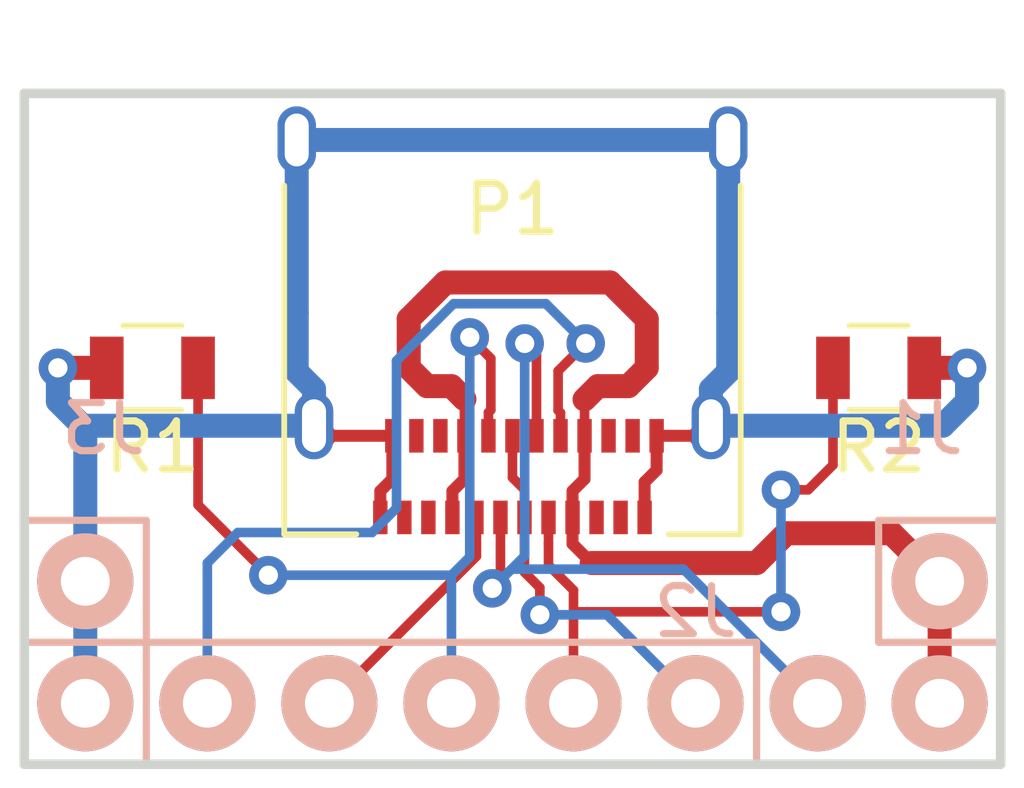
<source format=kicad_pcb>
(kicad_pcb (version 20171130) (host pcbnew 5.0.0-fee4fd1~66~ubuntu16.04.1)

  (general
    (thickness 1.6)
    (drawings 4)
    (tracks 125)
    (zones 0)
    (modules 8)
    (nets 9)
  )

  (page A4)
  (layers
    (0 F.Cu signal)
    (31 B.Cu signal)
    (32 B.Adhes user)
    (33 F.Adhes user)
    (34 B.Paste user)
    (35 F.Paste user)
    (36 B.SilkS user)
    (37 F.SilkS user)
    (38 B.Mask user)
    (39 F.Mask user)
    (40 Dwgs.User user)
    (41 Cmts.User user)
    (42 Eco1.User user)
    (43 Eco2.User user)
    (44 Edge.Cuts user)
    (45 Margin user hide)
    (46 B.CrtYd user hide)
    (47 F.CrtYd user hide)
    (48 B.Fab user hide)
    (49 F.Fab user hide)
  )

  (setup
    (last_trace_width 0.25)
    (user_trace_width 0.15)
    (user_trace_width 0.2)
    (user_trace_width 0.25)
    (user_trace_width 0.3)
    (user_trace_width 0.4)
    (user_trace_width 0.5)
    (trace_clearance 0.2)
    (zone_clearance 0.508)
    (zone_45_only no)
    (trace_min 0.15)
    (segment_width 0.2)
    (edge_width 0.15)
    (via_size 0.8)
    (via_drill 0.4)
    (via_min_size 0.4)
    (via_min_drill 0.3)
    (uvia_size 0.3)
    (uvia_drill 0.1)
    (uvias_allowed no)
    (uvia_min_size 0.2)
    (uvia_min_drill 0.1)
    (pcb_text_width 0.3)
    (pcb_text_size 1.5 1.5)
    (mod_edge_width 0.15)
    (mod_text_size 1 1)
    (mod_text_width 0.15)
    (pad_size 1.524 1.524)
    (pad_drill 0.762)
    (pad_to_mask_clearance 0.2)
    (aux_axis_origin 0 0)
    (visible_elements FFFFFF7F)
    (pcbplotparams
      (layerselection 0x010fc_ffffffff)
      (usegerberextensions false)
      (usegerberattributes false)
      (usegerberadvancedattributes false)
      (creategerberjobfile false)
      (excludeedgelayer true)
      (linewidth 0.500000)
      (plotframeref false)
      (viasonmask false)
      (mode 1)
      (useauxorigin false)
      (hpglpennumber 1)
      (hpglpenspeed 20)
      (hpglpendiameter 15.000000)
      (psnegative false)
      (psa4output false)
      (plotreference true)
      (plotvalue true)
      (plotinvisibletext false)
      (padsonsilk false)
      (subtractmaskfromsilk false)
      (outputformat 1)
      (mirror false)
      (drillshape 1)
      (scaleselection 1)
      (outputdirectory ""))
  )

  (net 0 "")
  (net 1 /VBUS)
  (net 2 /D-)
  (net 3 /D+)
  (net 4 /CC1)
  (net 5 /CC2)
  (net 6 /SBU1)
  (net 7 /SBU2)
  (net 8 GND)

  (net_class Default "This is the default net class."
    (clearance 0.2)
    (trace_width 0.25)
    (via_dia 0.8)
    (via_drill 0.4)
    (uvia_dia 0.3)
    (uvia_drill 0.1)
  )

  (net_class 0.15mm ""
    (clearance 0.2)
    (trace_width 0.15)
    (via_dia 0.8)
    (via_drill 0.4)
    (uvia_dia 0.3)
    (uvia_drill 0.1)
  )

  (net_class 0.2mm ""
    (clearance 0.2)
    (trace_width 0.2)
    (via_dia 0.8)
    (via_drill 0.4)
    (uvia_dia 0.3)
    (uvia_drill 0.1)
    (add_net /CC1)
    (add_net /CC2)
    (add_net /D+)
    (add_net /D-)
    (add_net /SBU1)
    (add_net /SBU2)
  )

  (net_class 0.3mm ""
    (clearance 0.2)
    (trace_width 0.3)
    (via_dia 0.8)
    (via_drill 0.4)
    (uvia_dia 0.3)
    (uvia_drill 0.1)
  )

  (net_class 0.4mm ""
    (clearance 0.2)
    (trace_width 0.4)
    (via_dia 0.8)
    (via_drill 0.4)
    (uvia_dia 0.3)
    (uvia_drill 0.1)
  )

  (net_class 0.5mm ""
    (clearance 0.2)
    (trace_width 0.5)
    (via_dia 0.8)
    (via_drill 0.4)
    (uvia_dia 0.3)
    (uvia_drill 0.1)
    (add_net /VBUS)
    (add_net GND)
  )

  (module USB-C_fp:Socket_Strip_Straight_1x06 (layer B.Cu) (tedit 5BC96EE0) (tstamp 5BDCE7B8)
    (at 35.56 38.1 180)
    (descr "Through hole socket strip")
    (tags "socket strip")
    (path /5BC9ABC0)
    (fp_text reference J2 (at -3.81 1.905 180) (layer B.SilkS)
      (effects (font (size 1 1) (thickness 0.15)) (justify mirror))
    )
    (fp_text value IO (at 0 3.1 180) (layer B.Fab)
      (effects (font (size 1 1) (thickness 0.15)) (justify mirror))
    )
    (fp_line (start -5.08 -1.27) (end -5.08 1.27) (layer B.SilkS) (width 0.15))
    (fp_line (start 7.62 1.27) (end -5.08 1.27) (layer B.SilkS) (width 0.15))
    (fp_line (start 7.62 -1.27) (end 7.62 1.27) (layer B.SilkS) (width 0.15))
    (fp_line (start -5.08 -1.27) (end 7.62 -1.27) (layer B.SilkS) (width 0.15))
    (fp_line (start -8.1 -1.75) (end 8.1 -1.75) (layer B.CrtYd) (width 0.05))
    (fp_line (start -8.1 1.75) (end 8.1 1.75) (layer B.CrtYd) (width 0.05))
    (fp_line (start 8.1 1.75) (end 8.1 -1.75) (layer B.CrtYd) (width 0.05))
    (fp_line (start -8.1 1.75) (end -8.1 -1.75) (layer B.CrtYd) (width 0.05))
    (pad 6 thru_hole circle (at 6.35 0 180) (size 2 2) (drill 1.016) (layers *.Cu *.Mask B.SilkS)
      (net 7 /SBU2))
    (pad 5 thru_hole circle (at 3.81 0 180) (size 2 2) (drill 1.016) (layers *.Cu *.Mask B.SilkS)
      (net 6 /SBU1))
    (pad 4 thru_hole circle (at 1.27 0 180) (size 2 2) (drill 1.016) (layers *.Cu *.Mask B.SilkS)
      (net 5 /CC2))
    (pad 3 thru_hole circle (at -1.27 0 180) (size 2 2) (drill 1.016) (layers *.Cu *.Mask B.SilkS)
      (net 4 /CC1))
    (pad 2 thru_hole circle (at -3.81 0 180) (size 2 2) (drill 1.016) (layers *.Cu *.Mask B.SilkS)
      (net 3 /D+))
    (pad 1 thru_hole circle (at -6.35 0 180) (size 2 2) (drill 1.016) (layers *.Cu *.Mask B.SilkS)
      (net 2 /D-))
    (model ${KIPRJMOD}/3d_modules/PinSocket_1x06_P254mm_Vertical.wrl
      (at (xyz 0 0 0))
      (scale (xyz 1 1 1))
      (rotate (xyz 0 0 0))
    )
  )

  (module USB-C_fp:Socket_Strip_Straight_1x02 (layer B.Cu) (tedit 5BC96EBE) (tstamp 5BDCE7A8)
    (at 44.45 36.83 90)
    (descr "Through hole socket strip")
    (tags "socket strip")
    (path /5BC9AC71)
    (fp_text reference J1 (at 4.445 -0.381) (layer B.SilkS)
      (effects (font (size 1 1) (thickness 0.15)) (justify mirror))
    )
    (fp_text value VBUS (at 0 3.1 90) (layer B.Fab)
      (effects (font (size 1 1) (thickness 0.15)) (justify mirror))
    )
    (fp_line (start 2.54 -1.27) (end 0 -1.27) (layer B.SilkS) (width 0.15))
    (fp_line (start -3.02 1.75) (end -3.02 -1.75) (layer B.CrtYd) (width 0.05))
    (fp_line (start 3.03 1.75) (end 3.03 -1.75) (layer B.CrtYd) (width 0.05))
    (fp_line (start -3.02 1.75) (end 3.03 1.75) (layer B.CrtYd) (width 0.05))
    (fp_line (start -3.02 -1.75) (end 3.03 -1.75) (layer B.CrtYd) (width 0.05))
    (fp_line (start 0 -1.27) (end 0 1.27) (layer B.SilkS) (width 0.15))
    (fp_line (start 0 1.27) (end 2.54 1.27) (layer B.SilkS) (width 0.15))
    (fp_line (start 2.54 1.27) (end 2.54 -1.27) (layer B.SilkS) (width 0.15))
    (pad 1 thru_hole circle (at -1.27 0 90) (size 2 2) (drill 1.016) (layers *.Cu *.Mask B.SilkS)
      (net 1 /VBUS))
    (pad 2 thru_hole oval (at 1.27 0 90) (size 2 2) (drill 1.016) (layers *.Cu *.Mask B.SilkS)
      (net 1 /VBUS))
    (model ${KIPRJMOD}/3d_modules/PinSocket_1x02_P254mm_Vertical.wrl
      (at (xyz 0 0 0))
      (scale (xyz 1 1 1))
      (rotate (xyz 0 0 0))
    )
  )

  (module USB-C_fp:Socket_Strip_Straight_1x02 (layer B.Cu) (tedit 5BC96EBE) (tstamp 5BDCE7CC)
    (at 26.67 36.83 90)
    (descr "Through hole socket strip")
    (tags "socket strip")
    (path /5BC9AD3C)
    (fp_text reference J3 (at 4.445 0.381) (layer B.SilkS)
      (effects (font (size 1 1) (thickness 0.15)) (justify mirror))
    )
    (fp_text value GND (at 0 3.1 90) (layer B.Fab)
      (effects (font (size 1 1) (thickness 0.15)) (justify mirror))
    )
    (fp_line (start 2.54 -1.27) (end 0 -1.27) (layer B.SilkS) (width 0.15))
    (fp_line (start -3.02 1.75) (end -3.02 -1.75) (layer B.CrtYd) (width 0.05))
    (fp_line (start 3.03 1.75) (end 3.03 -1.75) (layer B.CrtYd) (width 0.05))
    (fp_line (start -3.02 1.75) (end 3.03 1.75) (layer B.CrtYd) (width 0.05))
    (fp_line (start -3.02 -1.75) (end 3.03 -1.75) (layer B.CrtYd) (width 0.05))
    (fp_line (start 0 -1.27) (end 0 1.27) (layer B.SilkS) (width 0.15))
    (fp_line (start 0 1.27) (end 2.54 1.27) (layer B.SilkS) (width 0.15))
    (fp_line (start 2.54 1.27) (end 2.54 -1.27) (layer B.SilkS) (width 0.15))
    (pad 1 thru_hole circle (at -1.27 0 90) (size 2 2) (drill 1.016) (layers *.Cu *.Mask B.SilkS)
      (net 8 GND))
    (pad 2 thru_hole oval (at 1.27 0 90) (size 2 2) (drill 1.016) (layers *.Cu *.Mask B.SilkS)
      (net 8 GND))
    (model ${KIPRJMOD}/3d_modules/PinSocket_1x02_P254mm_Vertical.wrl
      (at (xyz 0 0 0))
      (scale (xyz 1 1 1))
      (rotate (xyz 0 0 0))
    )
  )

  (module USB-C_fp:USB_C_Receptacle_Amphenol_12401610E4-2A (layer F.Cu) (tedit 5923787B) (tstamp 5BDCE7DC)
    (at 35.56 29.21 180)
    (descr "USB TYPE C, RA RCPT PCB, SMT, https://www.amphenolcanada.com/StockAvailabilityPrice.aspx?From=&PartNum=12401610E4%7e2A")
    (tags "USB C Type-C Receptacle SMD")
    (path /5BC95C71)
    (attr smd)
    (fp_text reference P1 (at 0 1.397 180) (layer F.SilkS)
      (effects (font (size 1 1) (thickness 0.15)))
    )
    (fp_text value USB_C_Receptacle (at 0 6.14 180) (layer F.Fab)
      (effects (font (size 1 1) (thickness 0.15)))
    )
    (fp_line (start -4.6 5.23) (end -4.6 -5.22) (layer F.Fab) (width 0.1))
    (fp_line (start -4.6 -5.22) (end 4.6 -5.22) (layer F.Fab) (width 0.1))
    (fp_line (start -4.75 -5.37) (end -3.25 -5.37) (layer F.SilkS) (width 0.12))
    (fp_line (start -4.75 -5.37) (end -4.75 1.89) (layer F.SilkS) (width 0.12))
    (fp_line (start 4.75 -5.37) (end 4.75 1.89) (layer F.SilkS) (width 0.12))
    (fp_line (start 3.25 -5.37) (end 4.75 -5.37) (layer F.SilkS) (width 0.12))
    (fp_line (start -4.6 5.23) (end 4.6 5.23) (layer F.Fab) (width 0.1))
    (fp_line (start 4.6 5.23) (end 4.6 -5.22) (layer F.Fab) (width 0.1))
    (fp_line (start -5.39 -5.87) (end 5.39 -5.87) (layer F.CrtYd) (width 0.05))
    (fp_line (start 5.39 -5.87) (end 5.39 5.73) (layer F.CrtYd) (width 0.05))
    (fp_line (start 5.39 5.73) (end -5.39 5.73) (layer F.CrtYd) (width 0.05))
    (fp_line (start -5.39 5.73) (end -5.39 -5.87) (layer F.CrtYd) (width 0.05))
    (fp_text user %R (at 0 0 180) (layer F.Fab)
      (effects (font (size 1 1) (thickness 0.1)))
    )
    (pad B12 smd rect (at -3 -3.32 180) (size 0.3 0.7) (layers F.Cu F.Paste F.Mask)
      (net 8 GND))
    (pad B11 smd rect (at -2.5 -3.32 180) (size 0.3 0.7) (layers F.Cu F.Paste F.Mask))
    (pad B10 smd rect (at -2 -3.32 180) (size 0.3 0.7) (layers F.Cu F.Paste F.Mask))
    (pad B9 smd rect (at -1.5 -3.32 180) (size 0.3 0.7) (layers F.Cu F.Paste F.Mask)
      (net 1 /VBUS))
    (pad B8 smd rect (at -1 -3.32 180) (size 0.3 0.7) (layers F.Cu F.Paste F.Mask)
      (net 7 /SBU2))
    (pad B7 smd rect (at -0.5 -3.32 180) (size 0.3 0.7) (layers F.Cu F.Paste F.Mask)
      (net 2 /D-))
    (pad B6 smd rect (at 0 -3.32 180) (size 0.3 0.7) (layers F.Cu F.Paste F.Mask)
      (net 3 /D+))
    (pad B5 smd rect (at 0.5 -3.32 180) (size 0.3 0.7) (layers F.Cu F.Paste F.Mask)
      (net 5 /CC2))
    (pad B4 smd rect (at 1 -3.32 180) (size 0.3 0.7) (layers F.Cu F.Paste F.Mask)
      (net 1 /VBUS))
    (pad B3 smd rect (at 1.5 -3.32 180) (size 0.3 0.7) (layers F.Cu F.Paste F.Mask))
    (pad B2 smd rect (at 2 -3.32 180) (size 0.3 0.7) (layers F.Cu F.Paste F.Mask))
    (pad "" np_thru_hole circle (at -3.6 -4.36 180) (size 0.65 0.65) (drill 0.65) (layers *.Cu *.Mask))
    (pad "" np_thru_hole oval (at 3.6 -4.36 180) (size 0.95 0.65) (drill oval 0.95 0.65) (layers *.Cu *.Mask))
    (pad S1 thru_hole oval (at -4.49 2.84 180) (size 0.8 1.4) (drill oval 0.5 1.1) (layers *.Cu *.Mask)
      (net 8 GND))
    (pad S1 thru_hole oval (at 4.49 2.84 180) (size 0.8 1.4) (drill oval 0.5 1.1) (layers *.Cu *.Mask)
      (net 8 GND))
    (pad S1 thru_hole oval (at 4.13 -3.11 180) (size 0.8 1.4) (drill oval 0.5 1.1) (layers *.Cu *.Mask)
      (net 8 GND))
    (pad B1 smd rect (at 2.5 -3.32 180) (size 0.3 0.7) (layers F.Cu F.Paste F.Mask)
      (net 8 GND))
    (pad A11 smd rect (at 2.25 -5.02 180) (size 0.3 0.7) (layers F.Cu F.Paste F.Mask))
    (pad A8 smd rect (at 0.75 -5.02 180) (size 0.3 0.7) (layers F.Cu F.Paste F.Mask)
      (net 6 /SBU1))
    (pad A9 smd rect (at 1.25 -5.02 180) (size 0.3 0.7) (layers F.Cu F.Paste F.Mask)
      (net 1 /VBUS))
    (pad A10 smd rect (at 1.75 -5.02 180) (size 0.3 0.7) (layers F.Cu F.Paste F.Mask))
    (pad A12 smd rect (at 2.75 -5.02 180) (size 0.3 0.7) (layers F.Cu F.Paste F.Mask)
      (net 8 GND))
    (pad A7 smd rect (at 0.25 -5.02 180) (size 0.3 0.7) (layers F.Cu F.Paste F.Mask)
      (net 2 /D-))
    (pad A6 smd rect (at -0.25 -5.02 180) (size 0.3 0.7) (layers F.Cu F.Paste F.Mask)
      (net 3 /D+))
    (pad A5 smd rect (at -0.75 -5.02 180) (size 0.3 0.7) (layers F.Cu F.Paste F.Mask)
      (net 4 /CC1))
    (pad A4 smd rect (at -1.25 -5.02 180) (size 0.3 0.7) (layers F.Cu F.Paste F.Mask)
      (net 1 /VBUS))
    (pad A3 smd rect (at -1.75 -5.02 180) (size 0.3 0.7) (layers F.Cu F.Paste F.Mask))
    (pad A2 smd rect (at -2.25 -5.02 180) (size 0.3 0.7) (layers F.Cu F.Paste F.Mask))
    (pad A1 smd rect (at -2.75 -5.02 180) (size 0.3 0.7) (layers F.Cu F.Paste F.Mask)
      (net 8 GND))
    (pad S1 thru_hole oval (at -4.13 -3.11 180) (size 0.8 1.4) (drill oval 0.5 1.1) (layers *.Cu *.Mask)
      (net 8 GND))
    (model ${KIPRJMOD}/3d_modules/USB-C-1054500101.wrl
      (at (xyz 0 0 0))
      (scale (xyz 1 1 1))
      (rotate (xyz 0 0 0))
    )
  )

  (module USB-C_fp:R_0805 (layer F.Cu) (tedit 58E0A804) (tstamp 5BDCE80A)
    (at 28.067 31.115 180)
    (descr "Resistor SMD 0805, reflow soldering, Vishay (see dcrcw.pdf)")
    (tags "resistor 0805")
    (path /5BC95F36)
    (attr smd)
    (fp_text reference R1 (at 0 -1.65 180) (layer F.SilkS)
      (effects (font (size 1 1) (thickness 0.15)))
    )
    (fp_text value 5k11 (at 0 1.75 180) (layer F.Fab)
      (effects (font (size 1 1) (thickness 0.15)))
    )
    (fp_text user %R (at 0 0 180) (layer F.Fab)
      (effects (font (size 0.5 0.5) (thickness 0.075)))
    )
    (fp_line (start -1 0.62) (end -1 -0.62) (layer F.Fab) (width 0.1))
    (fp_line (start 1 0.62) (end -1 0.62) (layer F.Fab) (width 0.1))
    (fp_line (start 1 -0.62) (end 1 0.62) (layer F.Fab) (width 0.1))
    (fp_line (start -1 -0.62) (end 1 -0.62) (layer F.Fab) (width 0.1))
    (fp_line (start 0.6 0.88) (end -0.6 0.88) (layer F.SilkS) (width 0.12))
    (fp_line (start -0.6 -0.88) (end 0.6 -0.88) (layer F.SilkS) (width 0.12))
    (fp_line (start -1.55 -0.9) (end 1.55 -0.9) (layer F.CrtYd) (width 0.05))
    (fp_line (start -1.55 -0.9) (end -1.55 0.9) (layer F.CrtYd) (width 0.05))
    (fp_line (start 1.55 0.9) (end 1.55 -0.9) (layer F.CrtYd) (width 0.05))
    (fp_line (start 1.55 0.9) (end -1.55 0.9) (layer F.CrtYd) (width 0.05))
    (pad 1 smd rect (at -0.95 0 180) (size 0.7 1.3) (layers F.Cu F.Paste F.Mask)
      (net 5 /CC2))
    (pad 2 smd rect (at 0.95 0 180) (size 0.7 1.3) (layers F.Cu F.Paste F.Mask)
      (net 8 GND))
    (model ${KIPRJMOD}/3d_modules/R_0805_2012Metric.wrl
      (at (xyz 0 0 0))
      (scale (xyz 1 1 1))
      (rotate (xyz 0 0 0))
    )
  )

  (module USB-C_fp:R_0805 (layer F.Cu) (tedit 58E0A804) (tstamp 5BDCE81A)
    (at 43.18 31.115)
    (descr "Resistor SMD 0805, reflow soldering, Vishay (see dcrcw.pdf)")
    (tags "resistor 0805")
    (path /5BC95F98)
    (attr smd)
    (fp_text reference R2 (at 0 1.651) (layer F.SilkS)
      (effects (font (size 1 1) (thickness 0.15)))
    )
    (fp_text value 5k11 (at 0 1.75) (layer F.Fab)
      (effects (font (size 1 1) (thickness 0.15)))
    )
    (fp_text user %R (at 0 0) (layer F.Fab)
      (effects (font (size 0.5 0.5) (thickness 0.075)))
    )
    (fp_line (start -1 0.62) (end -1 -0.62) (layer F.Fab) (width 0.1))
    (fp_line (start 1 0.62) (end -1 0.62) (layer F.Fab) (width 0.1))
    (fp_line (start 1 -0.62) (end 1 0.62) (layer F.Fab) (width 0.1))
    (fp_line (start -1 -0.62) (end 1 -0.62) (layer F.Fab) (width 0.1))
    (fp_line (start 0.6 0.88) (end -0.6 0.88) (layer F.SilkS) (width 0.12))
    (fp_line (start -0.6 -0.88) (end 0.6 -0.88) (layer F.SilkS) (width 0.12))
    (fp_line (start -1.55 -0.9) (end 1.55 -0.9) (layer F.CrtYd) (width 0.05))
    (fp_line (start -1.55 -0.9) (end -1.55 0.9) (layer F.CrtYd) (width 0.05))
    (fp_line (start 1.55 0.9) (end 1.55 -0.9) (layer F.CrtYd) (width 0.05))
    (fp_line (start 1.55 0.9) (end -1.55 0.9) (layer F.CrtYd) (width 0.05))
    (pad 1 smd rect (at -0.95 0) (size 0.7 1.3) (layers F.Cu F.Paste F.Mask)
      (net 4 /CC1))
    (pad 2 smd rect (at 0.95 0) (size 0.7 1.3) (layers F.Cu F.Paste F.Mask)
      (net 8 GND))
    (model ${KIPRJMOD}/3d_modules/R_0805_2012Metric.wrl
      (at (xyz 0 0 0))
      (scale (xyz 1 1 1))
      (rotate (xyz 0 0 0))
    )
  )

  (module Mounting_Holes:MountingHole_2.2mm_M2 (layer F.Cu) (tedit 5BC96CB6) (tstamp 5BE67AD6)
    (at 43.18 27.94)
    (descr "Mounting Hole 2.2mm, no annular, M2")
    (tags "mounting hole 2.2mm no annular m2")
    (attr virtual)
    (fp_text reference REF** (at 0 -3.2) (layer F.SilkS) hide
      (effects (font (size 1 1) (thickness 0.15)))
    )
    (fp_text value MountingHole_2.2mm_M2 (at 0 3.2) (layer F.Fab)
      (effects (font (size 1 1) (thickness 0.15)))
    )
    (fp_circle (center 0 0) (end 2.45 0) (layer F.CrtYd) (width 0.05))
    (fp_circle (center 0 0) (end 2.2 0) (layer Cmts.User) (width 0.15))
    (fp_text user %R (at 0.3 0) (layer F.Fab)
      (effects (font (size 1 1) (thickness 0.15)))
    )
    (pad 1 np_thru_hole circle (at 0 0) (size 2.2 2.2) (drill 2.2) (layers *.Cu *.Mask))
  )

  (module Mounting_Holes:MountingHole_2.2mm_M2 (layer F.Cu) (tedit 5BC96CB3) (tstamp 5BE67B1F)
    (at 27.94 27.94)
    (descr "Mounting Hole 2.2mm, no annular, M2")
    (tags "mounting hole 2.2mm no annular m2")
    (attr virtual)
    (fp_text reference REF** (at 0 -3.2) (layer F.SilkS) hide
      (effects (font (size 1 1) (thickness 0.15)))
    )
    (fp_text value MountingHole_2.2mm_M2 (at 0 3.2) (layer F.Fab)
      (effects (font (size 1 1) (thickness 0.15)))
    )
    (fp_circle (center 0 0) (end 2.45 0) (layer F.CrtYd) (width 0.05))
    (fp_circle (center 0 0) (end 2.2 0) (layer Cmts.User) (width 0.15))
    (fp_text user %R (at 0.3 0) (layer F.Fab)
      (effects (font (size 1 1) (thickness 0.15)))
    )
    (pad 1 np_thru_hole circle (at 0 0) (size 2.2 2.2) (drill 2.2) (layers *.Cu *.Mask))
  )

  (gr_line (start 25.4 39.37) (end 25.4 25.4) (layer Edge.Cuts) (width 0.2))
  (gr_line (start 45.72 39.37) (end 25.4 39.37) (layer Edge.Cuts) (width 0.2))
  (gr_line (start 45.72 25.4) (end 45.72 39.37) (layer Edge.Cuts) (width 0.2))
  (gr_line (start 25.4 25.4) (end 45.72 25.4) (layer Edge.Cuts) (width 0.2))

  (segment (start 44.45 35.56) (end 44.45 38.1) (width 0.5) (layer F.Cu) (net 1))
  (segment (start 37.06 33.43) (end 37.06 32.53) (width 0.25) (layer F.Cu) (net 1))
  (segment (start 36.81 33.68) (end 37.06 33.43) (width 0.25) (layer F.Cu) (net 1))
  (segment (start 36.81 34.23) (end 36.81 33.68) (width 0.25) (layer F.Cu) (net 1))
  (segment (start 34.56 33.43) (end 34.56 32.53) (width 0.25) (layer F.Cu) (net 1))
  (segment (start 34.31 33.68) (end 34.56 33.43) (width 0.25) (layer F.Cu) (net 1))
  (segment (start 34.31 34.23) (end 34.31 33.68) (width 0.25) (layer F.Cu) (net 1))
  (segment (start 36.81 34.23) (end 36.81 34.78) (width 0.25) (layer F.Cu) (net 1))
  (segment (start 36.81 34.78) (end 37.209 35.179) (width 0.25) (layer F.Cu) (net 1))
  (segment (start 43.450001 34.560001) (end 44.45 35.56) (width 0.5) (layer F.Cu) (net 1))
  (segment (start 41.258999 34.560001) (end 43.450001 34.560001) (width 0.5) (layer F.Cu) (net 1))
  (segment (start 40.64 35.179) (end 41.258999 34.560001) (width 0.5) (layer F.Cu) (net 1))
  (segment (start 37.209 35.179) (end 40.64 35.179) (width 0.5) (layer F.Cu) (net 1))
  (segment (start 34.56 31.766) (end 34.56 32.53) (width 0.2) (layer F.Cu) (net 1))
  (segment (start 37.06 32.53) (end 37.06 31.774) (width 0.2) (layer F.Cu) (net 1))
  (segment (start 34.29 31.496) (end 34.56 31.766) (width 0.5) (layer F.Cu) (net 1))
  (segment (start 33.782 31.496) (end 34.29 31.496) (width 0.5) (layer F.Cu) (net 1))
  (segment (start 34.163 29.337) (end 33.401 30.099) (width 0.5) (layer F.Cu) (net 1))
  (segment (start 37.592 29.337) (end 34.163 29.337) (width 0.5) (layer F.Cu) (net 1))
  (segment (start 33.401 30.099) (end 33.401 31.115) (width 0.5) (layer F.Cu) (net 1))
  (segment (start 38.354 31.115) (end 38.354 30.099) (width 0.5) (layer F.Cu) (net 1))
  (segment (start 37.338 31.496) (end 37.973 31.496) (width 0.5) (layer F.Cu) (net 1))
  (segment (start 37.06 31.774) (end 37.338 31.496) (width 0.5) (layer F.Cu) (net 1))
  (segment (start 33.401 31.115) (end 33.782 31.496) (width 0.5) (layer F.Cu) (net 1))
  (segment (start 37.973 31.496) (end 38.354 31.115) (width 0.5) (layer F.Cu) (net 1))
  (segment (start 38.354 30.099) (end 37.592 29.337) (width 0.5) (layer F.Cu) (net 1))
  (via (at 35.138964 35.706987) (size 0.8) (drill 0.4) (layers F.Cu B.Cu) (net 2))
  (segment (start 35.538963 35.306988) (end 35.138964 35.706987) (width 0.2) (layer B.Cu) (net 2))
  (segment (start 41.91 38.1) (end 39.116988 35.306988) (width 0.2) (layer B.Cu) (net 2))
  (segment (start 35.31 34.23) (end 35.31 35.535951) (width 0.2) (layer F.Cu) (net 2))
  (segment (start 39.116988 35.306988) (end 35.538963 35.306988) (width 0.2) (layer B.Cu) (net 2))
  (segment (start 35.31 35.535951) (end 35.138964 35.706987) (width 0.2) (layer F.Cu) (net 2))
  (segment (start 35.814 31.172685) (end 35.814 30.607) (width 0.2) (layer B.Cu) (net 2))
  (segment (start 36.06 30.853) (end 35.814 30.607) (width 0.2) (layer F.Cu) (net 2))
  (segment (start 36.06 32.53) (end 36.06 30.853) (width 0.2) (layer F.Cu) (net 2))
  (via (at 35.814 30.607) (size 0.8) (drill 0.4) (layers F.Cu B.Cu) (net 2))
  (segment (start 35.814 35.031951) (end 35.814 31.172685) (width 0.2) (layer B.Cu) (net 2))
  (segment (start 35.138964 35.706987) (end 35.814 35.031951) (width 0.2) (layer B.Cu) (net 2))
  (segment (start 36.695675 36.257659) (end 36.12999 36.257659) (width 0.2) (layer B.Cu) (net 3))
  (segment (start 39.37 38.1) (end 37.527659 36.257659) (width 0.2) (layer B.Cu) (net 3))
  (segment (start 37.527659 36.257659) (end 36.695675 36.257659) (width 0.2) (layer B.Cu) (net 3))
  (via (at 36.12999 36.257659) (size 0.8) (drill 0.4) (layers F.Cu B.Cu) (net 3))
  (segment (start 36.12999 35.691974) (end 36.12999 36.257659) (width 0.2) (layer F.Cu) (net 3))
  (segment (start 35.81 35.371984) (end 36.12999 35.691974) (width 0.2) (layer F.Cu) (net 3))
  (segment (start 35.81 34.23) (end 35.81 35.371984) (width 0.2) (layer F.Cu) (net 3))
  (segment (start 35.81 33.651) (end 35.81 34.23) (width 0.2) (layer F.Cu) (net 3))
  (segment (start 35.56 33.401) (end 35.81 33.651) (width 0.2) (layer F.Cu) (net 3))
  (segment (start 35.56 32.53) (end 35.56 33.401) (width 0.2) (layer F.Cu) (net 3))
  (segment (start 36.31 35.2247) (end 36.31 34.78) (width 0.2) (layer F.Cu) (net 4))
  (segment (start 36.31 34.78) (end 36.31 34.23) (width 0.2) (layer F.Cu) (net 4))
  (segment (start 36.83 35.7447) (end 36.31 35.2247) (width 0.2) (layer F.Cu) (net 4))
  (segment (start 36.83 36.195) (end 36.83 35.7447) (width 0.2) (layer F.Cu) (net 4))
  (segment (start 36.83 38.1) (end 36.83 36.195) (width 0.2) (layer F.Cu) (net 4))
  (via (at 41.148 36.195) (size 0.8) (drill 0.4) (layers F.Cu B.Cu) (net 4))
  (segment (start 36.83 36.195) (end 41.148 36.195) (width 0.2) (layer F.Cu) (net 4))
  (via (at 41.148 33.655) (size 0.8) (drill 0.4) (layers F.Cu B.Cu) (net 4))
  (segment (start 41.148 36.195) (end 41.148 33.655) (width 0.2) (layer B.Cu) (net 4))
  (segment (start 42.23 33.138685) (end 42.23 31.115) (width 0.2) (layer F.Cu) (net 4))
  (segment (start 41.713685 33.655) (end 42.23 33.138685) (width 0.2) (layer F.Cu) (net 4))
  (segment (start 41.148 33.655) (end 41.713685 33.655) (width 0.2) (layer F.Cu) (net 4))
  (via (at 30.48 35.433) (size 0.8) (drill 0.4) (layers F.Cu B.Cu) (net 5))
  (segment (start 34.29 35.433) (end 30.48 35.433) (width 0.2) (layer B.Cu) (net 5))
  (segment (start 34.29 38.1) (end 34.29 35.433) (width 0.2) (layer B.Cu) (net 5))
  (segment (start 29.017 33.97) (end 29.017 31.115) (width 0.2) (layer F.Cu) (net 5))
  (segment (start 30.48 35.433) (end 29.017 33.97) (width 0.2) (layer F.Cu) (net 5))
  (segment (start 34.29 35.433) (end 34.671 35.052) (width 0.2) (layer B.Cu) (net 5))
  (segment (start 34.671 31.045685) (end 34.671 30.48) (width 0.2) (layer B.Cu) (net 5))
  (via (at 34.671 30.48) (size 0.8) (drill 0.4) (layers F.Cu B.Cu) (net 5))
  (segment (start 34.671 35.052) (end 34.671 31.045685) (width 0.2) (layer B.Cu) (net 5))
  (segment (start 35.06 32.043832) (end 35.11001 31.993822) (width 0.2) (layer F.Cu) (net 5))
  (segment (start 35.11001 31.993822) (end 35.11001 30.91901) (width 0.2) (layer F.Cu) (net 5))
  (segment (start 35.11001 30.91901) (end 35.070999 30.879999) (width 0.2) (layer F.Cu) (net 5))
  (segment (start 35.070999 30.879999) (end 34.671 30.48) (width 0.2) (layer F.Cu) (net 5))
  (segment (start 35.06 32.53) (end 35.06 32.043832) (width 0.2) (layer F.Cu) (net 5))
  (segment (start 34.81 35.04) (end 34.81 34.23) (width 0.2) (layer F.Cu) (net 6))
  (segment (start 31.75 38.1) (end 34.81 35.04) (width 0.2) (layer F.Cu) (net 6))
  (via (at 37.084 30.607) (size 0.8) (drill 0.4) (layers F.Cu B.Cu) (net 7))
  (segment (start 29.21 35.179) (end 29.845 34.544) (width 0.2) (layer B.Cu) (net 7))
  (segment (start 32.639 34.544) (end 33.147 34.036) (width 0.2) (layer B.Cu) (net 7))
  (segment (start 36.684001 30.207001) (end 37.084 30.607) (width 0.2) (layer B.Cu) (net 7))
  (segment (start 29.21 38.1) (end 29.21 35.179) (width 0.2) (layer B.Cu) (net 7))
  (segment (start 29.845 34.544) (end 32.639 34.544) (width 0.2) (layer B.Cu) (net 7))
  (segment (start 34.334999 29.779999) (end 36.256999 29.779999) (width 0.2) (layer B.Cu) (net 7))
  (segment (start 33.147 34.036) (end 33.147 30.967998) (width 0.2) (layer B.Cu) (net 7))
  (segment (start 33.147 30.967998) (end 34.334999 29.779999) (width 0.2) (layer B.Cu) (net 7))
  (segment (start 36.256999 29.779999) (end 36.684001 30.207001) (width 0.2) (layer B.Cu) (net 7))
  (segment (start 36.50999 31.18101) (end 36.684001 31.006999) (width 0.2) (layer F.Cu) (net 7))
  (segment (start 36.56 32.051832) (end 36.50999 32.001822) (width 0.2) (layer F.Cu) (net 7))
  (segment (start 36.56 32.53) (end 36.56 32.051832) (width 0.2) (layer F.Cu) (net 7))
  (segment (start 36.50999 32.001822) (end 36.50999 31.18101) (width 0.2) (layer F.Cu) (net 7))
  (segment (start 36.684001 31.006999) (end 37.084 30.607) (width 0.2) (layer F.Cu) (net 7))
  (segment (start 38.56 33.08) (end 38.56 32.53) (width 0.25) (layer F.Cu) (net 8))
  (segment (start 38.56 33.244998) (end 38.56 33.08) (width 0.25) (layer F.Cu) (net 8))
  (segment (start 38.31 33.494998) (end 38.56 33.244998) (width 0.25) (layer F.Cu) (net 8))
  (segment (start 38.31 34.23) (end 38.31 33.494998) (width 0.25) (layer F.Cu) (net 8))
  (segment (start 32.81 34.23) (end 32.81 33.68) (width 0.25) (layer F.Cu) (net 8))
  (segment (start 33.06 33.43) (end 32.81 33.68) (width 0.25) (layer F.Cu) (net 8))
  (segment (start 33.06 32.53) (end 33.06 33.43) (width 0.25) (layer F.Cu) (net 8))
  (segment (start 26.67 36.974213) (end 26.67 38.1) (width 0.5) (layer B.Cu) (net 8))
  (segment (start 26.67 35.56) (end 26.67 36.974213) (width 0.5) (layer B.Cu) (net 8))
  (segment (start 31.07 26.37) (end 40.05 26.37) (width 0.5) (layer B.Cu) (net 8))
  (via (at 45.02 31.115) (size 0.8) (drill 0.4) (layers F.Cu B.Cu) (net 8))
  (segment (start 45.02 31.115) (end 44.13 31.115) (width 0.5) (layer F.Cu) (net 8))
  (segment (start 31.43 31.557) (end 31.43 32.32) (width 0.5) (layer B.Cu) (net 8))
  (segment (start 31.07 31.197) (end 31.43 31.557) (width 0.5) (layer B.Cu) (net 8))
  (segment (start 39.69 31.557) (end 39.69 32.32) (width 0.5) (layer B.Cu) (net 8))
  (segment (start 40.05 31.197) (end 39.69 31.557) (width 0.5) (layer B.Cu) (net 8))
  (segment (start 40.05 29.972) (end 40.05 31.197) (width 0.5) (layer B.Cu) (net 8))
  (segment (start 40.05 26.37) (end 40.05 29.972) (width 0.5) (layer B.Cu) (net 8))
  (segment (start 31.07 26.37) (end 31.07 29.972) (width 0.5) (layer B.Cu) (net 8))
  (segment (start 31.07 29.972) (end 31.07 31.197) (width 0.5) (layer B.Cu) (net 8))
  (via (at 26.1 31.115) (size 0.8) (drill 0.4) (layers F.Cu B.Cu) (net 8))
  (segment (start 26.1 31.115) (end 26.99 31.115) (width 0.5) (layer F.Cu) (net 8))
  (segment (start 39.48 32.53) (end 39.69 32.32) (width 0.5) (layer F.Cu) (net 8))
  (segment (start 38.56 32.53) (end 39.48 32.53) (width 0.25) (layer F.Cu) (net 8))
  (segment (start 31.64 32.53) (end 31.43 32.32) (width 0.5) (layer F.Cu) (net 8))
  (segment (start 33.06 32.53) (end 31.64 32.53) (width 0.25) (layer F.Cu) (net 8))
  (segment (start 45.02 31.815) (end 45.02 31.115) (width 0.5) (layer B.Cu) (net 8))
  (segment (start 44.515 32.32) (end 45.02 31.815) (width 0.5) (layer B.Cu) (net 8))
  (segment (start 39.69 32.32) (end 44.515 32.32) (width 0.5) (layer B.Cu) (net 8))
  (segment (start 26.1 31.815) (end 26.1 31.115) (width 0.5) (layer B.Cu) (net 8))
  (segment (start 26.605 32.32) (end 26.1 31.815) (width 0.5) (layer B.Cu) (net 8))
  (segment (start 31.43 32.32) (end 26.605 32.32) (width 0.5) (layer B.Cu) (net 8))
  (segment (start 26.67 32.385) (end 26.605 32.32) (width 0.5) (layer B.Cu) (net 8))
  (segment (start 26.67 35.56) (end 26.67 32.385) (width 0.5) (layer B.Cu) (net 8))

)

</source>
